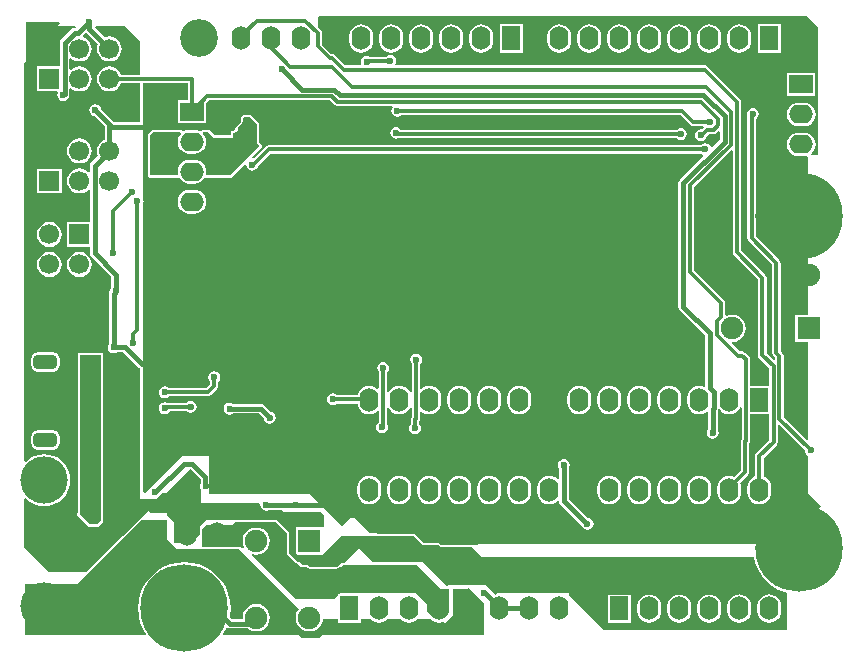
<source format=gbl>
G04*
G04 #@! TF.GenerationSoftware,Altium Limited,Altium Designer,19.0.15 (446)*
G04*
G04 Layer_Physical_Order=2*
G04 Layer_Color=16711680*
%FSLAX44Y44*%
%MOMM*%
G71*
G01*
G75*
%ADD11C,0.4000*%
%ADD14R,1.9000X1.9000*%
%ADD57R,1.9000X1.9000*%
%ADD58C,1.9000*%
%ADD68C,0.3000*%
%ADD69C,0.5000*%
%ADD70R,1.6000X2.0000*%
%ADD71O,1.6000X2.0000*%
%ADD72R,1.7000X1.7000*%
%ADD73C,1.7000*%
G04:AMPARAMS|DCode=74|XSize=2mm|YSize=1.2mm|CornerRadius=0.36mm|HoleSize=0mm|Usage=FLASHONLY|Rotation=0.000|XOffset=0mm|YOffset=0mm|HoleType=Round|Shape=RoundedRectangle|*
%AMROUNDEDRECTD74*
21,1,2.0000,0.4800,0,0,0.0*
21,1,1.2800,1.2000,0,0,0.0*
1,1,0.7200,0.6400,-0.2400*
1,1,0.7200,-0.6400,-0.2400*
1,1,0.7200,-0.6400,0.2400*
1,1,0.7200,0.6400,0.2400*
%
%ADD74ROUNDEDRECTD74*%
%ADD75C,4.0000*%
%ADD76C,3.2000*%
%ADD77R,2.0000X1.6000*%
%ADD78O,2.0000X1.6000*%
%ADD79C,7.4000*%
%ADD80C,0.6000*%
G36*
X34008Y520327D02*
X32000Y518319D01*
X46838D01*
X47516Y517049D01*
X47347Y516796D01*
X46700D01*
X46700Y516796D01*
X45139Y516485D01*
X43816Y515601D01*
X35416Y507201D01*
X34532Y505878D01*
X34222Y504318D01*
X34222Y504318D01*
Y484240D01*
X18000D01*
Y486000D01*
X17040D01*
X17210Y485230D01*
X16414Y484240D01*
X14900D01*
Y463240D01*
X31804D01*
X32403Y462120D01*
X32290Y461951D01*
X31902Y460000D01*
X32290Y458049D01*
X33395Y456395D01*
X35049Y455290D01*
X37000Y454902D01*
X38951Y455290D01*
X40605Y456395D01*
X41710Y458049D01*
X42037Y459693D01*
X42068Y459739D01*
X42378Y461300D01*
X42378Y461300D01*
Y465521D01*
X43648Y465993D01*
X45505Y464568D01*
X48059Y463510D01*
X50800Y463149D01*
X53541Y463510D01*
X56095Y464568D01*
X58289Y466251D01*
X59972Y468445D01*
X61030Y470999D01*
X61391Y473740D01*
X61030Y476481D01*
X59972Y479035D01*
X58289Y481229D01*
X56095Y482912D01*
X53541Y483970D01*
X50800Y484331D01*
X48059Y483970D01*
X45505Y482912D01*
X43648Y481487D01*
X42378Y481959D01*
Y490921D01*
X43648Y491393D01*
X45505Y489968D01*
X48059Y488910D01*
X50800Y488549D01*
X53541Y488910D01*
X56095Y489968D01*
X58289Y491651D01*
X59972Y493845D01*
X61030Y496399D01*
X61391Y499140D01*
X61030Y501881D01*
X59972Y504435D01*
X58289Y506629D01*
X56095Y508312D01*
X53960Y509196D01*
X53591Y510302D01*
X53609Y510642D01*
X56270Y513302D01*
X66474Y503098D01*
X65970Y501881D01*
X65609Y499140D01*
X65970Y496399D01*
X67028Y493845D01*
X68711Y491651D01*
X70905Y489968D01*
X73459Y488910D01*
X76200Y488549D01*
X78941Y488910D01*
X81495Y489968D01*
X83689Y491651D01*
X85372Y493845D01*
X86430Y496399D01*
X86791Y499140D01*
X86430Y501881D01*
X85372Y504435D01*
X83689Y506629D01*
X81495Y508312D01*
X78941Y509370D01*
X76200Y509731D01*
X73459Y509370D01*
X72242Y508866D01*
X64059Y517049D01*
X64585Y518319D01*
X89681D01*
X102000Y506000D01*
Y477309D01*
X86087D01*
X85372Y479035D01*
X83689Y481229D01*
X81495Y482912D01*
X78941Y483970D01*
X76200Y484331D01*
X73459Y483970D01*
X70905Y482912D01*
X68711Y481229D01*
X67028Y479035D01*
X65970Y476481D01*
X65609Y473740D01*
X65970Y470999D01*
X67028Y468445D01*
X68711Y466251D01*
X70905Y464568D01*
X73459Y463510D01*
X76200Y463149D01*
X78941Y463510D01*
X81495Y464568D01*
X83689Y466251D01*
X85372Y468445D01*
X86087Y470171D01*
X102000D01*
Y436829D01*
X80459D01*
X79084Y438204D01*
X69182Y448106D01*
X68960Y449221D01*
X67855Y450875D01*
X66201Y451980D01*
X64250Y452368D01*
X62299Y451980D01*
X60645Y450875D01*
X59540Y449221D01*
X59152Y447270D01*
X59540Y445319D01*
X60645Y443665D01*
X62299Y442560D01*
X63414Y442338D01*
X72122Y433631D01*
Y422376D01*
X70905Y421872D01*
X68711Y420189D01*
X67028Y417995D01*
X65970Y415441D01*
X65609Y412700D01*
X65970Y409959D01*
X66474Y408742D01*
X60816Y403084D01*
X59932Y401761D01*
X59622Y400200D01*
X59622Y400200D01*
Y395027D01*
X58419Y394619D01*
X58289Y394789D01*
X56095Y396472D01*
X53541Y397530D01*
X50800Y397891D01*
X48059Y397530D01*
X45505Y396472D01*
X43311Y394789D01*
X41628Y392595D01*
X40570Y390041D01*
X40209Y387300D01*
X40570Y384559D01*
X41628Y382005D01*
X43311Y379812D01*
X45505Y378129D01*
X48059Y377071D01*
X50800Y376710D01*
X53541Y377071D01*
X56095Y378129D01*
X58289Y379812D01*
X58419Y379981D01*
X59622Y379573D01*
Y352500D01*
X40300D01*
Y331500D01*
X59622D01*
Y326300D01*
X59622Y326300D01*
X59932Y324739D01*
X60816Y323416D01*
X77922Y306311D01*
Y297396D01*
X77290Y296451D01*
X76945Y294717D01*
X76073Y293411D01*
X75763Y291851D01*
X75763Y291850D01*
Y249236D01*
X75131Y248291D01*
X74743Y246340D01*
X75131Y244389D01*
X76236Y242735D01*
X77890Y241630D01*
X79841Y241242D01*
X81792Y241630D01*
X82737Y242262D01*
X88071D01*
X101217Y229116D01*
X101217Y229116D01*
X102000Y228593D01*
Y118000D01*
X116000D01*
X117973Y119973D01*
X118605Y120395D01*
X119027Y121027D01*
X121000Y123000D01*
X124000D01*
X144616Y143616D01*
X153474Y134759D01*
Y131323D01*
X153225Y130951D01*
X152837Y129000D01*
X153225Y127049D01*
X154000Y125889D01*
Y115000D01*
X203005D01*
X204047Y113730D01*
X203902Y113000D01*
X204290Y111049D01*
X205395Y109395D01*
X207049Y108290D01*
X209000Y107902D01*
X210951Y108290D01*
X211896Y108922D01*
X222078D01*
X224000Y107000D01*
X255000D01*
X258000Y104000D01*
Y94651D01*
X257000Y94000D01*
X256730Y94000D01*
X234000D01*
Y71000D01*
X257000D01*
Y71349D01*
X258000Y72000D01*
X258270Y72270D01*
X258270Y72270D01*
X273000Y87000D01*
X303394D01*
X303788Y86922D01*
X333828D01*
X341750Y79000D01*
X354232D01*
X354499Y78734D01*
X354499Y78734D01*
X355822Y77849D01*
X357383Y77539D01*
X382920D01*
X391459Y69000D01*
X622020D01*
X623194Y64111D01*
X625543Y58440D01*
X628751Y53205D01*
X632738Y48538D01*
X637406Y44551D01*
X642640Y41343D01*
X648311Y38994D01*
X650000Y38589D01*
Y8000D01*
X649586Y7000D01*
X495000D01*
X465000Y37000D01*
Y38100D01*
X404100D01*
X403000Y37000D01*
X395000Y45000D01*
X380197D01*
X380000Y45039D01*
X379803Y45000D01*
X363000D01*
X362039Y44039D01*
X361961D01*
X341479Y64521D01*
X299329D01*
X287149Y76700D01*
X274488Y64039D01*
X274000D01*
X273220Y63884D01*
X272558Y63442D01*
X271412Y62296D01*
X271164D01*
X270967Y62257D01*
X270766D01*
X270581Y62180D01*
X270384Y62141D01*
X270217Y62029D01*
X270031Y61952D01*
X269074Y61313D01*
X268700Y61238D01*
X245610D01*
X245235Y61313D01*
X244278Y61952D01*
X244093Y62029D01*
X243926Y62141D01*
X243729Y62180D01*
X243543Y62257D01*
X243342D01*
X243146Y62296D01*
X240204D01*
X239261Y63239D01*
X238645D01*
X237203Y64681D01*
X237036Y64792D01*
X236894Y64935D01*
X236708Y65011D01*
X236541Y65123D01*
X236344Y65162D01*
X236159Y65239D01*
X235326Y65405D01*
X235008Y65617D01*
X228623Y72003D01*
X228410Y72321D01*
X228336Y72696D01*
Y88399D01*
X228336Y88399D01*
X228218Y88990D01*
Y89195D01*
X228063Y89976D01*
X227621Y90637D01*
X227621Y90637D01*
X227476Y90782D01*
X227141Y91283D01*
X219541Y98884D01*
X219040Y99219D01*
X217895Y100364D01*
X217233Y100806D01*
X216453Y100961D01*
X182622D01*
X182622Y100961D01*
X181841Y100806D01*
X181180Y100364D01*
X180816Y100000D01*
X167654D01*
X167000Y100086D01*
X166346Y100000D01*
X157778D01*
X153000Y95222D01*
Y93197D01*
X152961Y93000D01*
Y87961D01*
X146000Y81000D01*
X131000D01*
Y98100D01*
X125000Y104100D01*
Y106220D01*
X111780D01*
X109000Y109000D01*
X56000Y56000D01*
X25000D01*
X4000Y77000D01*
Y118151D01*
X5196Y118579D01*
X5369Y118369D01*
X8719Y115619D01*
X12540Y113577D01*
X16688Y112319D01*
X21000Y111894D01*
X25313Y112319D01*
X29460Y113577D01*
X33282Y115619D01*
X36632Y118369D01*
X39381Y121719D01*
X41424Y125541D01*
X42682Y129688D01*
X43107Y134000D01*
X42682Y138313D01*
X41424Y142460D01*
X39381Y146282D01*
X36632Y149632D01*
X33282Y152381D01*
X29460Y154424D01*
X25313Y155682D01*
X21000Y156107D01*
X16688Y155682D01*
X12540Y154424D01*
X8719Y152381D01*
X5369Y149632D01*
X5196Y149421D01*
X4000Y149849D01*
Y487000D01*
X6000Y489000D01*
Y521500D01*
X33522D01*
X34008Y520327D01*
D02*
G37*
G36*
X142432Y456000D02*
X134000D01*
Y436000D01*
X158000D01*
Y452953D01*
X160478Y455431D01*
X262842D01*
X266297Y451977D01*
X267454Y451203D01*
X268820Y450931D01*
X315313D01*
X315992Y449661D01*
X315290Y448611D01*
X314902Y446660D01*
X315290Y444709D01*
X316395Y443055D01*
X318049Y441950D01*
X320000Y441562D01*
X321951Y441950D01*
X323605Y443055D01*
X323629Y443091D01*
X559862D01*
X568073Y434880D01*
X569231Y434107D01*
X570596Y433835D01*
X578804D01*
X579330Y432565D01*
X577720Y430955D01*
X577000Y431098D01*
X575049Y430710D01*
X573395Y429605D01*
X572290Y427951D01*
X571902Y426000D01*
X572290Y424049D01*
X573395Y422395D01*
X575049Y421290D01*
X577000Y420902D01*
X578951Y421290D01*
X580605Y422395D01*
X581710Y424049D01*
X581909Y425051D01*
X583790Y426931D01*
X587692D01*
X589058Y427203D01*
X590216Y427977D01*
X591748Y429509D01*
X592922Y429023D01*
Y422046D01*
X586679Y415803D01*
X585284Y416205D01*
X584348Y417605D01*
X582695Y418710D01*
X580744Y419098D01*
X578793Y418710D01*
X577139Y417605D01*
X577115Y417569D01*
X211000D01*
X209634Y417297D01*
X208477Y416524D01*
X198301Y406347D01*
X197544Y406455D01*
X197094Y407802D01*
X204851Y415558D01*
X205293Y416220D01*
X205448Y417000D01*
X205293Y417780D01*
X204851Y418442D01*
X204851Y418442D01*
X202999Y420293D01*
Y435493D01*
X202960Y435690D01*
Y435891D01*
X202883Y436076D01*
X202844Y436273D01*
X202733Y436440D01*
X202656Y436626D01*
X202514Y436768D01*
X202402Y436935D01*
X202235Y437046D01*
X202093Y437188D01*
X201682Y437463D01*
X196402Y442744D01*
X195740Y443186D01*
X194960Y443341D01*
X192689D01*
X192000Y443478D01*
X191311Y443341D01*
X190069D01*
X189289Y443186D01*
X188627Y442744D01*
X187637Y441753D01*
X187636Y441753D01*
X187194Y441091D01*
X187039Y440311D01*
Y439069D01*
X186902Y438380D01*
X186959Y438092D01*
X186847Y437527D01*
X186300Y436708D01*
X183624Y434032D01*
X183513Y433865D01*
X183370Y433723D01*
X183294Y433537D01*
X183182Y433370D01*
X183143Y433173D01*
X183066Y432988D01*
X182789Y431595D01*
X182135Y430616D01*
X181155Y429961D01*
X180602Y429851D01*
X180417Y429775D01*
X180219Y429735D01*
X180053Y429624D01*
X179867Y429547D01*
X179725Y429405D01*
X179558Y429293D01*
X179446Y429126D01*
X179304Y428984D01*
X179228Y428799D01*
X179116Y428632D01*
X179077Y428435D01*
X179000Y428249D01*
Y428048D01*
X178961Y427851D01*
Y426039D01*
X165136D01*
X161061Y430114D01*
X160400Y430556D01*
X159620Y430711D01*
X155851D01*
X155809Y430703D01*
X155766Y430710D01*
X155420Y430626D01*
X155071Y430556D01*
X155035Y430532D01*
X154993Y430522D01*
X154705Y430312D01*
X154409Y430114D01*
X154385Y430078D01*
X154350Y430053D01*
X154301Y429971D01*
X153279Y429454D01*
X153138Y429454D01*
X152632Y429506D01*
X150611Y430343D01*
X148000Y430686D01*
X144000D01*
X141390Y430343D01*
X139368Y429506D01*
X138862Y429454D01*
X138722Y429454D01*
X137700Y429971D01*
X137650Y430053D01*
X137615Y430078D01*
X137591Y430114D01*
X137295Y430312D01*
X137007Y430522D01*
X136966Y430532D01*
X136930Y430556D01*
X136580Y430626D01*
X136234Y430710D01*
X136192Y430703D01*
X136150Y430711D01*
X113672D01*
X112892Y430556D01*
X112230Y430114D01*
X109558Y427442D01*
X109116Y426780D01*
X108961Y426000D01*
Y392000D01*
X109116Y391220D01*
X109558Y390558D01*
X110220Y390116D01*
X111000Y389961D01*
X133243D01*
X133400Y389992D01*
X133560Y389986D01*
X133787Y390069D01*
X134024Y390116D01*
X134660Y390137D01*
X135455Y389859D01*
X135579Y389748D01*
X135586Y389739D01*
X136868Y388068D01*
X138957Y386465D01*
X141390Y385457D01*
X144000Y385114D01*
X148000D01*
X150611Y385457D01*
X153043Y386465D01*
X155132Y388068D01*
X156415Y389739D01*
X156422Y389748D01*
X156545Y389859D01*
X157341Y390137D01*
X157977Y390116D01*
X158214Y390069D01*
X158441Y389986D01*
X158600Y389992D01*
X158757Y389961D01*
X178409D01*
X178409Y389961D01*
X179189Y390116D01*
X179851Y390558D01*
X179851Y390558D01*
X190685Y401392D01*
X191401Y401161D01*
X191933Y400844D01*
X192290Y399049D01*
X193395Y397395D01*
X195049Y396290D01*
X197000Y395902D01*
X198951Y396290D01*
X200605Y397395D01*
X201710Y399049D01*
X201862Y399815D01*
X212478Y410432D01*
X577115D01*
X577139Y410395D01*
X578539Y409460D01*
X578940Y408065D01*
X559116Y388240D01*
X558232Y386917D01*
X557921Y385357D01*
X557921Y385356D01*
Y280837D01*
X557921Y280837D01*
X558232Y279276D01*
X559116Y277953D01*
X580518Y256551D01*
Y213901D01*
X579462Y213196D01*
X578311Y213673D01*
X575700Y214016D01*
X573090Y213673D01*
X570657Y212665D01*
X568568Y211062D01*
X566965Y208973D01*
X565958Y206541D01*
X565614Y203930D01*
Y199930D01*
X565958Y197320D01*
X566965Y194887D01*
X568568Y192798D01*
X570657Y191195D01*
X573090Y190187D01*
X575700Y189844D01*
X578311Y190187D01*
X580743Y191195D01*
X581652Y191892D01*
X582922Y191266D01*
Y176896D01*
X582290Y175951D01*
X581902Y174000D01*
X582290Y172049D01*
X583395Y170395D01*
X585049Y169290D01*
X587000Y168902D01*
X588951Y169290D01*
X590605Y170395D01*
X591710Y172049D01*
X592098Y174000D01*
X591710Y175951D01*
X591078Y176896D01*
Y192816D01*
X591468Y193399D01*
X591558Y193852D01*
X592916Y194169D01*
X593968Y192798D01*
X596057Y191195D01*
X598490Y190187D01*
X601100Y189844D01*
X603711Y190187D01*
X606143Y191195D01*
X608232Y192798D01*
X609835Y194887D01*
X610162Y195675D01*
X611432Y195422D01*
Y168677D01*
X611224Y168366D01*
X610952Y167001D01*
Y142628D01*
X605185Y136862D01*
X603711Y137473D01*
X601100Y137816D01*
X598490Y137473D01*
X596057Y136465D01*
X593968Y134862D01*
X592365Y132773D01*
X591358Y130340D01*
X591014Y127730D01*
Y123730D01*
X591358Y121119D01*
X592365Y118687D01*
X593968Y116598D01*
X596057Y114995D01*
X598490Y113987D01*
X601100Y113644D01*
X603711Y113987D01*
X606143Y114995D01*
X608232Y116598D01*
X609835Y118687D01*
X610843Y121119D01*
X611186Y123730D01*
Y127730D01*
X610843Y130340D01*
X610232Y131815D01*
X617044Y138627D01*
X617817Y139785D01*
X618089Y141150D01*
Y165803D01*
X618297Y166115D01*
X618569Y167480D01*
Y189930D01*
X634931D01*
Y167978D01*
X623977Y157023D01*
X623203Y155866D01*
X622932Y154500D01*
Y137076D01*
X621457Y136465D01*
X619368Y134862D01*
X617765Y132773D01*
X616758Y130340D01*
X616414Y127730D01*
Y123730D01*
X616758Y121119D01*
X617765Y118687D01*
X619368Y116598D01*
X621457Y114995D01*
X623890Y113987D01*
X626500Y113644D01*
X629111Y113987D01*
X631543Y114995D01*
X633632Y116598D01*
X635235Y118687D01*
X636243Y121119D01*
X636586Y123730D01*
Y127730D01*
X636243Y130340D01*
X635235Y132773D01*
X633632Y134862D01*
X631543Y136465D01*
X630069Y137076D01*
Y153022D01*
X641023Y163977D01*
X641797Y165134D01*
X642069Y166500D01*
Y180725D01*
X643242Y181211D01*
X664911Y159543D01*
X664902Y159500D01*
X665290Y157549D01*
X666395Y155895D01*
X668000Y154823D01*
Y123000D01*
X679000Y112000D01*
X647000Y80000D01*
X356274D01*
X355799Y80317D01*
X355674Y80442D01*
X355013Y80884D01*
X354232Y81039D01*
X342595D01*
X335270Y88364D01*
X334609Y88806D01*
X333828Y88961D01*
X303989D01*
X303792Y89000D01*
X303591D01*
X303394Y89039D01*
X297121D01*
X284000Y102160D01*
X279938D01*
X273000Y95222D01*
X246222Y122000D01*
X160865D01*
Y154000D01*
X137387D01*
X106387Y123000D01*
X105000Y124387D01*
Y369507D01*
X105098Y370000D01*
X105000Y370493D01*
Y470171D01*
X142432D01*
Y456000D01*
D02*
G37*
G36*
X200382Y435879D02*
X200382Y435879D01*
X200960Y435493D01*
Y419449D01*
X203409Y417000D01*
X178409Y392000D01*
X158757D01*
X157832Y393270D01*
X158087Y395200D01*
X157743Y397811D01*
X156735Y400243D01*
X155132Y402332D01*
X153043Y403935D01*
X150611Y404943D01*
X148000Y405286D01*
X144000D01*
X141390Y404943D01*
X138957Y403935D01*
X136868Y402332D01*
X135265Y400243D01*
X134258Y397811D01*
X133914Y395200D01*
X134168Y393270D01*
X133243Y392000D01*
X111000D01*
Y426000D01*
X113672Y428672D01*
X136150D01*
X136615Y427402D01*
X135265Y425643D01*
X134258Y423211D01*
X133914Y420600D01*
X134258Y417990D01*
X135265Y415557D01*
X136868Y413468D01*
X138957Y411865D01*
X141390Y410858D01*
X144000Y410514D01*
X148000D01*
X150611Y410858D01*
X153043Y411865D01*
X155132Y413468D01*
X156735Y415557D01*
X157743Y417990D01*
X158087Y420600D01*
X157743Y423211D01*
X156735Y425643D01*
X155386Y427402D01*
X155851Y428672D01*
X159620D01*
X164292Y424000D01*
X181000D01*
Y427851D01*
X181951Y428041D01*
X183605Y429146D01*
X184710Y430800D01*
X185066Y432590D01*
X187884Y435408D01*
X187884Y435408D01*
X188768Y436731D01*
X189078Y438292D01*
Y440311D01*
X190069Y441302D01*
X194960D01*
X200382Y435879D01*
D02*
G37*
G36*
X676000Y518000D02*
Y409000D01*
X670524D01*
X670093Y410270D01*
X671132Y411068D01*
X672735Y413157D01*
X673743Y415589D01*
X674087Y418200D01*
X673743Y420810D01*
X672735Y423243D01*
X671132Y425332D01*
X669043Y426935D01*
X666944Y427804D01*
X666611Y427942D01*
X664000Y428286D01*
X660000D01*
X657390Y427942D01*
X654957Y426935D01*
X652868Y425332D01*
X651265Y423243D01*
X650258Y420810D01*
X649914Y418200D01*
X650258Y415589D01*
X651265Y413157D01*
X652868Y411068D01*
X654957Y409465D01*
X657390Y408457D01*
X660000Y408114D01*
X664000D01*
X666611Y408457D01*
X666944Y408595D01*
X668000Y407890D01*
Y274000D01*
X657000D01*
Y251000D01*
X668000D01*
Y168206D01*
X666827Y167720D01*
X647069Y187478D01*
Y239500D01*
X646797Y240866D01*
X646023Y242023D01*
X644569Y243478D01*
Y317724D01*
X644297Y319090D01*
X643523Y320248D01*
X623469Y340303D01*
Y409000D01*
Y439636D01*
X624605Y440395D01*
X625710Y442049D01*
X626098Y444000D01*
X625710Y445951D01*
X624605Y447605D01*
X622951Y448710D01*
X621000Y449098D01*
X619049Y448710D01*
X617395Y447605D01*
X616290Y445951D01*
X615902Y444000D01*
X616290Y442049D01*
X616332Y441987D01*
Y409000D01*
Y338824D01*
X616603Y337459D01*
X617377Y336301D01*
X637431Y316246D01*
Y242000D01*
X637703Y240634D01*
X638477Y239477D01*
X639931Y238022D01*
Y235775D01*
X638758Y235289D01*
X632569Y241478D01*
Y305500D01*
X632297Y306866D01*
X631523Y308023D01*
X611068Y328478D01*
Y409000D01*
Y454500D01*
X610797Y455866D01*
X610023Y457023D01*
X583024Y484024D01*
X581866Y484797D01*
X580500Y485069D01*
X318914D01*
X318235Y486339D01*
X318710Y487049D01*
X319098Y489000D01*
X318710Y490951D01*
X317605Y492605D01*
X315951Y493710D01*
X314000Y494098D01*
X312049Y493710D01*
X310395Y492605D01*
X310037Y492068D01*
X296911D01*
X295951Y492710D01*
X294000Y493098D01*
X292049Y492710D01*
X290395Y491605D01*
X289290Y489951D01*
X288902Y488000D01*
X289232Y486339D01*
X288534Y485069D01*
X276049D01*
X267348Y493770D01*
X266190Y494544D01*
X264825Y494815D01*
X264128D01*
X256229Y502715D01*
Y512363D01*
X255957Y513729D01*
X255288Y514730D01*
D01*
X255183Y514887D01*
X253000Y517070D01*
Y526498D01*
X254000Y527000D01*
X667000D01*
X676000Y518000D01*
D02*
G37*
G36*
X603931Y412804D02*
Y327000D01*
X604203Y325634D01*
X604977Y324477D01*
X625431Y304022D01*
Y240000D01*
X625703Y238634D01*
X626477Y237477D01*
X634931Y229022D01*
Y213930D01*
X618569D01*
Y236380D01*
X618297Y237745D01*
X617523Y238903D01*
X614523Y241903D01*
X613366Y242677D01*
X612000Y242948D01*
X609713D01*
X602894Y249768D01*
X603272Y250534D01*
X603550Y250907D01*
X606502Y251296D01*
X609299Y252455D01*
X611702Y254298D01*
X613545Y256700D01*
X614704Y259498D01*
X615099Y262500D01*
X614704Y265502D01*
X613545Y268300D01*
X611702Y270702D01*
X609299Y272545D01*
X606502Y273704D01*
X603500Y274099D01*
X600498Y273704D01*
X598839Y273017D01*
X597569Y273866D01*
Y284100D01*
X597297Y285465D01*
X596523Y286623D01*
X571569Y311577D01*
Y382101D01*
X602758Y413290D01*
X603931Y412804D01*
D02*
G37*
G36*
X226179Y89195D02*
Y73086D01*
X226179Y73086D01*
X226489Y71525D01*
X227374Y70202D01*
X233207Y64368D01*
X234531Y63484D01*
X235761Y63239D01*
X238743Y60257D01*
X243146D01*
X244439Y59392D01*
X246000Y59082D01*
X246000Y59082D01*
X268309D01*
X268309Y59082D01*
X269870Y59392D01*
X271164Y60257D01*
X272257D01*
X274000Y62000D01*
X337000D01*
X357000Y42000D01*
X364000D01*
Y22000D01*
X361000Y19000D01*
X351557D01*
X350557Y18000D01*
X345000Y23557D01*
Y29000D01*
X335900Y38100D01*
X271100D01*
X270400Y37400D01*
X269400D01*
Y36400D01*
X266000Y33000D01*
X233901D01*
X196612Y70288D01*
X197332Y71365D01*
X197498Y71296D01*
X200500Y70901D01*
X203502Y71296D01*
X206300Y72455D01*
X208702Y74298D01*
X210546Y76700D01*
X211704Y79498D01*
X212099Y82500D01*
X211704Y85502D01*
X210546Y88300D01*
X208702Y90702D01*
X206300Y92545D01*
X203502Y93704D01*
X200500Y94099D01*
X197498Y93704D01*
X194701Y92545D01*
X192298Y90702D01*
X190455Y88300D01*
X189296Y85502D01*
X188901Y82500D01*
X189296Y79498D01*
X190136Y77470D01*
X189465Y76456D01*
X188133Y76368D01*
X187442Y77059D01*
X186780Y77501D01*
X186000Y77656D01*
X185220Y77501D01*
X184977Y77339D01*
X155000D01*
Y93000D01*
X158400Y96400D01*
X179300D01*
X179700Y96000D01*
X182622Y98922D01*
X216453D01*
X226179Y89195D01*
D02*
G37*
G36*
X124750Y84000D02*
X133450Y75300D01*
X185683D01*
X186000Y75617D01*
X236698Y24920D01*
X235455Y23299D01*
X234296Y20502D01*
X233901Y17500D01*
X234296Y14498D01*
X235455Y11700D01*
X237298Y9298D01*
X239700Y7455D01*
X242498Y6296D01*
X245500Y5901D01*
X248502Y6296D01*
X251299Y7455D01*
X253702Y9298D01*
X255545Y11700D01*
X256704Y14498D01*
X256902Y16000D01*
X269400D01*
Y13400D01*
X289400D01*
Y16000D01*
X298017D01*
X299757Y14665D01*
X302190Y13657D01*
X304800Y13314D01*
X307411Y13657D01*
X309843Y14665D01*
X311583Y16000D01*
X323417D01*
X325157Y14665D01*
X327589Y13657D01*
X330200Y13314D01*
X332811Y13657D01*
X335243Y14665D01*
X336983Y16000D01*
X348817D01*
X350557Y14665D01*
X352990Y13657D01*
X355600Y13314D01*
X358210Y13657D01*
X358799Y13901D01*
X360000Y12700D01*
X367000Y19700D01*
Y42000D01*
X379000D01*
X380000Y43000D01*
X393410Y29590D01*
Y3410D01*
X393000Y3000D01*
X173013D01*
X172393Y4108D01*
X174557Y7640D01*
X174936Y8556D01*
X176152Y8924D01*
X176439Y8732D01*
X178000Y8421D01*
X178000Y8421D01*
X193441D01*
X194701Y7455D01*
X197498Y6296D01*
X200500Y5901D01*
X203502Y6296D01*
X206300Y7455D01*
X208702Y9298D01*
X210546Y11700D01*
X211704Y14498D01*
X212099Y17500D01*
X211704Y20502D01*
X210546Y23299D01*
X208702Y25702D01*
X206300Y27545D01*
X203502Y28704D01*
X200500Y29099D01*
X197498Y28704D01*
X194701Y27545D01*
X192298Y25702D01*
X190455Y23299D01*
X189296Y20502D01*
X188901Y17500D01*
X188093Y16578D01*
X179690D01*
X178077Y18190D01*
X178339Y19280D01*
X178821Y25400D01*
X178339Y31520D01*
X176906Y37489D01*
X174557Y43160D01*
X171349Y48394D01*
X167362Y53062D01*
X162694Y57049D01*
X157460Y60257D01*
X151789Y62606D01*
X145820Y64039D01*
X139700Y64521D01*
X133580Y64039D01*
X127611Y62606D01*
X121940Y60257D01*
X116706Y57049D01*
X112038Y53062D01*
X108051Y48394D01*
X104843Y43160D01*
X102494Y37489D01*
X101061Y31520D01*
X100579Y25400D01*
X101061Y19280D01*
X102494Y13311D01*
X104843Y7640D01*
X107007Y4108D01*
X106387Y3000D01*
X6000D01*
X5000Y4000D01*
Y46000D01*
X49000D01*
X103000Y100000D01*
X124750D01*
Y84000D01*
D02*
G37*
%LPC*%
G36*
X50800Y423291D02*
X48059Y422930D01*
X45505Y421872D01*
X43311Y420189D01*
X41628Y417995D01*
X40570Y415441D01*
X40209Y412700D01*
X40570Y409959D01*
X41628Y407405D01*
X43311Y405211D01*
X45505Y403529D01*
X48059Y402471D01*
X50800Y402110D01*
X53541Y402471D01*
X56095Y403529D01*
X58289Y405211D01*
X59972Y407405D01*
X61030Y409959D01*
X61391Y412700D01*
X61030Y415441D01*
X59972Y417995D01*
X58289Y420189D01*
X56095Y421872D01*
X53541Y422930D01*
X50800Y423291D01*
D02*
G37*
G36*
X35900Y397800D02*
X14900D01*
Y376800D01*
X35900D01*
Y394362D01*
Y397800D01*
D02*
G37*
G36*
X25400Y352591D02*
X23955Y352401D01*
X22659Y352230D01*
X20105Y351172D01*
X17911Y349489D01*
X16228Y347296D01*
X15170Y344741D01*
X14809Y342000D01*
X15170Y339259D01*
X16228Y336705D01*
X17911Y334512D01*
X20105Y332829D01*
X22659Y331771D01*
X23955Y331600D01*
D01*
X25400Y331410D01*
X28141Y331771D01*
X30695Y332829D01*
X32889Y334512D01*
X34572Y336705D01*
X35630Y339259D01*
X35991Y342000D01*
X35630Y344741D01*
X34572Y347296D01*
X32889Y349489D01*
X30695Y351172D01*
X28141Y352230D01*
X25400Y352591D01*
D02*
G37*
G36*
X50800Y327191D02*
X50681Y327175D01*
D01*
X48059Y326830D01*
X45505Y325772D01*
X43311Y324089D01*
X41628Y321896D01*
X40570Y319341D01*
X40209Y316600D01*
X40570Y313859D01*
X41628Y311305D01*
X43311Y309112D01*
X45505Y307429D01*
X48059Y306371D01*
X50800Y306010D01*
X53541Y306371D01*
D01*
X55115Y307022D01*
D01*
X56095Y307429D01*
X58289Y309112D01*
X59972Y311305D01*
X61030Y313859D01*
X61391Y316600D01*
X61030Y319341D01*
X59972Y321896D01*
X58289Y324089D01*
X56095Y325772D01*
X53541Y326830D01*
X50800Y327191D01*
D02*
G37*
G36*
X25400D02*
X23955Y327001D01*
X22659Y326830D01*
X20105Y325772D01*
X17911Y324089D01*
X16228Y321896D01*
X15170Y319341D01*
X14809Y316600D01*
X15170Y313859D01*
X16228Y311305D01*
X17911Y309112D01*
X20105Y307429D01*
X22659Y306371D01*
X23955Y306200D01*
D01*
X25400Y306010D01*
X28141Y306371D01*
X30695Y307429D01*
X32889Y309112D01*
X34572Y311305D01*
X35630Y313859D01*
X35991Y316600D01*
X35630Y319341D01*
X34572Y321896D01*
X32889Y324089D01*
X30695Y325772D01*
X28141Y326830D01*
X25400Y327191D01*
D02*
G37*
G36*
X28395Y242110D02*
X15595D01*
X13410Y241675D01*
X11558Y240437D01*
X10320Y238585D01*
X9885Y236400D01*
Y231600D01*
X10320Y229415D01*
X11558Y227563D01*
X13410Y226325D01*
X15595Y225890D01*
X28395D01*
X30580Y226325D01*
X32432Y227563D01*
X33670Y229415D01*
X34105Y231600D01*
Y236400D01*
X33670Y238585D01*
X32432Y240437D01*
X30580Y241675D01*
X28395Y242110D01*
D02*
G37*
G36*
Y176110D02*
X15595D01*
X13410Y175675D01*
X11558Y174438D01*
X10320Y172585D01*
X9885Y170400D01*
Y165600D01*
X10320Y163415D01*
X11558Y161563D01*
X13410Y160325D01*
X15595Y159890D01*
X28395D01*
X30580Y160325D01*
X32432Y161563D01*
X33670Y163415D01*
X34105Y165600D01*
Y170400D01*
X33670Y172585D01*
X32432Y174438D01*
X30580Y175675D01*
X28395Y176110D01*
D02*
G37*
G36*
X69000Y242039D02*
X51370D01*
X50590Y241884D01*
X49928Y241442D01*
X49486Y240780D01*
X49331Y240000D01*
Y106102D01*
X49116Y105780D01*
X48961Y105000D01*
X49116Y104220D01*
X49558Y103558D01*
X49558Y103558D01*
X58058Y95058D01*
X58719Y94616D01*
X59500Y94461D01*
X66000D01*
X66000Y94461D01*
X66780Y94616D01*
X67442Y95058D01*
X67442Y95058D01*
X70442Y98058D01*
X70884Y98720D01*
X71039Y99500D01*
Y172643D01*
Y234638D01*
D01*
Y240000D01*
X70884Y240780D01*
X70442Y241442D01*
X69780Y241884D01*
X69430Y241954D01*
D01*
X69000Y242039D01*
D02*
G37*
G36*
X518000Y37400D02*
X498000D01*
Y13400D01*
X518000D01*
Y37400D01*
D02*
G37*
G36*
X635000Y37486D02*
X632389Y37143D01*
X629957Y36135D01*
X627868Y34532D01*
X626265Y32443D01*
X625257Y30010D01*
X624914Y27400D01*
Y23400D01*
X625257Y20789D01*
X626265Y18357D01*
X627868Y16268D01*
X629957Y14665D01*
X632389Y13657D01*
X635000Y13314D01*
X637611Y13657D01*
X640043Y14665D01*
X642132Y16268D01*
X643735Y18357D01*
X644743Y20789D01*
X645086Y23400D01*
Y27400D01*
X644743Y30010D01*
X643735Y32443D01*
X642132Y34532D01*
X640043Y36135D01*
X637611Y37143D01*
X635000Y37486D01*
D02*
G37*
G36*
X609600D02*
X606990Y37143D01*
X604557Y36135D01*
X602468Y34532D01*
X600865Y32443D01*
X599857Y30010D01*
X599514Y27400D01*
Y23400D01*
X599857Y20789D01*
X600865Y18357D01*
X602468Y16268D01*
X604557Y14665D01*
X606990Y13657D01*
X609600Y13314D01*
X612211Y13657D01*
X614643Y14665D01*
X616732Y16268D01*
X618335Y18357D01*
X619343Y20789D01*
X619686Y23400D01*
Y27400D01*
X619343Y30010D01*
X618335Y32443D01*
X616732Y34532D01*
X614643Y36135D01*
X612211Y37143D01*
X609600Y37486D01*
D02*
G37*
G36*
X584200D02*
X581590Y37143D01*
X579157Y36135D01*
X577068Y34532D01*
X575465Y32443D01*
X574457Y30010D01*
X574114Y27400D01*
Y23400D01*
X574457Y20789D01*
X575465Y18357D01*
X577068Y16268D01*
X579157Y14665D01*
X581590Y13657D01*
X584200Y13314D01*
X586810Y13657D01*
X589243Y14665D01*
X591332Y16268D01*
X592935Y18357D01*
X593943Y20789D01*
X594286Y23400D01*
Y27400D01*
X593943Y30010D01*
X592935Y32443D01*
X591332Y34532D01*
X589243Y36135D01*
X586810Y37143D01*
X584200Y37486D01*
D02*
G37*
G36*
X558800D02*
X556189Y37143D01*
X553757Y36135D01*
X551668Y34532D01*
X550065Y32443D01*
X549057Y30010D01*
X548714Y27400D01*
Y23400D01*
X549057Y20789D01*
X550065Y18357D01*
X551668Y16268D01*
X553757Y14665D01*
X556189Y13657D01*
X558800Y13314D01*
X561410Y13657D01*
X563843Y14665D01*
X565932Y16268D01*
X567535Y18357D01*
X568543Y20789D01*
X568886Y23400D01*
Y27400D01*
X568543Y30010D01*
X567535Y32443D01*
X565932Y34532D01*
X563843Y36135D01*
X561410Y37143D01*
X558800Y37486D01*
D02*
G37*
G36*
X533400D02*
X530789Y37143D01*
X528357Y36135D01*
X526268Y34532D01*
X524665Y32443D01*
X523657Y30010D01*
X523314Y27400D01*
Y23400D01*
X523657Y20789D01*
X524665Y18357D01*
X526268Y16268D01*
X528357Y14665D01*
X530789Y13657D01*
X533400Y13314D01*
X536011Y13657D01*
X538443Y14665D01*
X540532Y16268D01*
X542135Y18357D01*
X543143Y20789D01*
X543486Y23400D01*
Y27400D01*
X543143Y30010D01*
X542135Y32443D01*
X540532Y34532D01*
X538443Y36135D01*
X536011Y37143D01*
X533400Y37486D01*
D02*
G37*
%LPD*%
G36*
X69000Y99500D02*
X66000Y96500D01*
X59500D01*
X51000Y105000D01*
X51370Y105370D01*
Y240000D01*
X69000D01*
Y99500D01*
D02*
G37*
%LPC*%
G36*
X319000Y433098D02*
X317049Y432710D01*
X315395Y431605D01*
X314290Y429951D01*
X313902Y428000D01*
X314290Y426049D01*
X315395Y424395D01*
X317049Y423290D01*
X319000Y422902D01*
X320951Y423290D01*
X321354Y423560D01*
X321998Y423431D01*
X321999Y423432D01*
X322000Y423431D01*
X556371D01*
X556395Y423395D01*
X558049Y422290D01*
X560000Y421902D01*
X561951Y422290D01*
X563605Y423395D01*
X564710Y425049D01*
X565098Y427000D01*
X564710Y428951D01*
X563605Y430605D01*
X561951Y431710D01*
X560000Y432098D01*
X558049Y431710D01*
X556395Y430605D01*
X556371Y430569D01*
X323298D01*
X322605Y431605D01*
X320951Y432710D01*
X319000Y433098D01*
D02*
G37*
G36*
X148000Y379886D02*
X144000D01*
X141390Y379543D01*
X138957Y378535D01*
X136868Y376932D01*
X135265Y374843D01*
X134258Y372411D01*
X133914Y369800D01*
X134258Y367190D01*
X135265Y364757D01*
X136868Y362668D01*
X138957Y361065D01*
X141390Y360057D01*
X144000Y359714D01*
X148000D01*
X150611Y360057D01*
X153043Y361065D01*
X155132Y362668D01*
X156735Y364757D01*
X157743Y367190D01*
X158087Y369800D01*
X157743Y372411D01*
X156735Y374843D01*
X155132Y376932D01*
X153043Y378535D01*
X150611Y379543D01*
X148000Y379886D01*
D02*
G37*
G36*
X165000Y226098D02*
X163049Y225710D01*
X161395Y224605D01*
X160290Y222951D01*
X159902Y221000D01*
X160290Y219049D01*
X161395Y217395D01*
X161431Y217371D01*
Y215478D01*
X158022Y212069D01*
X126629D01*
X126605Y212105D01*
X124951Y213210D01*
X123000Y213598D01*
X121049Y213210D01*
X119395Y212105D01*
X118290Y210451D01*
X117902Y208500D01*
X118290Y206549D01*
X119395Y204895D01*
X121049Y203790D01*
X123000Y203402D01*
X124951Y203790D01*
X126605Y204895D01*
X126629Y204931D01*
X159500D01*
X160865Y205203D01*
X162023Y205977D01*
X167523Y211477D01*
X168297Y212634D01*
X168568Y214000D01*
Y217371D01*
X168605Y217395D01*
X169710Y219049D01*
X170098Y221000D01*
X169710Y222951D01*
X168605Y224605D01*
X166951Y225710D01*
X165000Y226098D01*
D02*
G37*
G36*
X336000Y241098D02*
X334049Y240710D01*
X332395Y239605D01*
X331290Y237951D01*
X330902Y236000D01*
X331290Y234049D01*
X332032Y232939D01*
Y208438D01*
X330761Y208185D01*
X330435Y208973D01*
X328832Y211062D01*
X326743Y212665D01*
X324311Y213673D01*
X321700Y214016D01*
X319090Y213673D01*
X316657Y212665D01*
X314568Y211062D01*
X312965Y208973D01*
X312838Y208667D01*
X311569Y208920D01*
Y225371D01*
X311605Y225395D01*
X312710Y227049D01*
X313098Y229000D01*
X312710Y230951D01*
X311605Y232605D01*
X309951Y233710D01*
X308000Y234098D01*
X306049Y233710D01*
X304395Y232605D01*
X303290Y230951D01*
X302902Y229000D01*
X303290Y227049D01*
X304395Y225395D01*
X304431Y225371D01*
Y211678D01*
X303161Y211270D01*
X301343Y212665D01*
X298911Y213673D01*
X296300Y214016D01*
X293690Y213673D01*
X291257Y212665D01*
X289168Y211062D01*
X287565Y208973D01*
X286558Y206541D01*
X286464Y205832D01*
X269352D01*
X269105Y206201D01*
X267451Y207306D01*
X265500Y207694D01*
X263549Y207306D01*
X261895Y206201D01*
X260790Y204547D01*
X260402Y202596D01*
X260790Y200645D01*
X261895Y198991D01*
X263549Y197886D01*
X265500Y197498D01*
X267451Y197886D01*
X268661Y198694D01*
X286376D01*
X286558Y197320D01*
X287565Y194887D01*
X289168Y192798D01*
X291257Y191195D01*
X293690Y190187D01*
X296300Y189844D01*
X298911Y190187D01*
X301343Y191195D01*
X303161Y192590D01*
X304431Y192182D01*
Y183297D01*
X303395Y182605D01*
X302290Y180951D01*
X301902Y179000D01*
X302290Y177049D01*
X303395Y175395D01*
X305049Y174290D01*
X307000Y173902D01*
X308951Y174290D01*
X310605Y175395D01*
X311710Y177049D01*
X312098Y179000D01*
X311710Y180951D01*
X311569Y181163D01*
Y194940D01*
X312838Y195193D01*
X312965Y194887D01*
X314568Y192798D01*
X316657Y191195D01*
X319090Y190187D01*
X321700Y189844D01*
X324311Y190187D01*
X326743Y191195D01*
X328832Y192798D01*
X330435Y194887D01*
X330761Y195675D01*
X332032Y195422D01*
Y187357D01*
X331703Y186865D01*
X331703Y186865D01*
X331703Y186864D01*
X331565Y186172D01*
X331432Y185500D01*
Y181629D01*
X331395Y181605D01*
X330290Y179951D01*
X329902Y178000D01*
X330290Y176049D01*
X331395Y174395D01*
X333049Y173290D01*
X335000Y172902D01*
X336951Y173290D01*
X338605Y174395D01*
X339710Y176049D01*
X340098Y178000D01*
X339710Y179951D01*
X338605Y181605D01*
X338569Y181629D01*
Y184243D01*
X338897Y184735D01*
X338897Y184735D01*
X338898Y184736D01*
X339034Y185422D01*
X339169Y186100D01*
Y191836D01*
X340439Y192437D01*
X342057Y191195D01*
X344490Y190187D01*
X347100Y189844D01*
X349711Y190187D01*
X352143Y191195D01*
X354232Y192798D01*
X355835Y194887D01*
X356843Y197320D01*
X357186Y199930D01*
Y203930D01*
X356843Y206541D01*
X355835Y208973D01*
X354232Y211062D01*
X352143Y212665D01*
X349711Y213673D01*
X347100Y214016D01*
X344490Y213673D01*
X342057Y212665D01*
X340439Y211423D01*
X339169Y212024D01*
Y232104D01*
X339605Y232395D01*
X340710Y234049D01*
X341098Y236000D01*
X340710Y237951D01*
X339605Y239605D01*
X337951Y240710D01*
X336000Y241098D01*
D02*
G37*
G36*
X145000Y201098D02*
X143049Y200710D01*
X141395Y199605D01*
X141371Y199569D01*
X125162D01*
X124951Y199710D01*
X123000Y200098D01*
X121049Y199710D01*
X119395Y198605D01*
X118290Y196951D01*
X117902Y195000D01*
X118290Y193049D01*
X119395Y191395D01*
X121049Y190290D01*
X123000Y189902D01*
X124951Y190290D01*
X126605Y191395D01*
X127297Y192431D01*
X141371D01*
X141395Y192395D01*
X143049Y191290D01*
X145000Y190902D01*
X146951Y191290D01*
X148605Y192395D01*
X149710Y194049D01*
X150098Y196000D01*
X149710Y197951D01*
X148605Y199605D01*
X146951Y200710D01*
X145000Y201098D01*
D02*
G37*
G36*
X550300Y214016D02*
X547690Y213673D01*
X545257Y212665D01*
X543168Y211062D01*
X541565Y208973D01*
X540558Y206541D01*
X540214Y203930D01*
Y199930D01*
X540558Y197320D01*
X541565Y194887D01*
X543168Y192798D01*
X545257Y191195D01*
X547690Y190187D01*
X550300Y189844D01*
X552911Y190187D01*
X555343Y191195D01*
X557432Y192798D01*
X559035Y194887D01*
X560043Y197320D01*
X560386Y199930D01*
Y203930D01*
X560043Y206541D01*
X559035Y208973D01*
X557432Y211062D01*
X555343Y212665D01*
X552911Y213673D01*
X550300Y214016D01*
D02*
G37*
G36*
X524900D02*
X522290Y213673D01*
X519857Y212665D01*
X517768Y211062D01*
X516165Y208973D01*
X515158Y206541D01*
X514814Y203930D01*
Y199930D01*
X515158Y197320D01*
X516165Y194887D01*
X517768Y192798D01*
X519857Y191195D01*
X522290Y190187D01*
X524900Y189844D01*
X527511Y190187D01*
X529943Y191195D01*
X532032Y192798D01*
X533635Y194887D01*
X534643Y197320D01*
X534986Y199930D01*
Y203930D01*
X534643Y206541D01*
X533635Y208973D01*
X532032Y211062D01*
X529943Y212665D01*
X527511Y213673D01*
X524900Y214016D01*
D02*
G37*
G36*
X499500D02*
X496890Y213673D01*
X494457Y212665D01*
X492368Y211062D01*
X490765Y208973D01*
X489758Y206541D01*
X489414Y203930D01*
Y199930D01*
X489758Y197320D01*
X490765Y194887D01*
X492368Y192798D01*
X494457Y191195D01*
X496890Y190187D01*
X499500Y189844D01*
X502111Y190187D01*
X504543Y191195D01*
X506632Y192798D01*
X508235Y194887D01*
X509243Y197320D01*
X509586Y199930D01*
Y203930D01*
X509243Y206541D01*
X508235Y208973D01*
X506632Y211062D01*
X504543Y212665D01*
X502111Y213673D01*
X499500Y214016D01*
D02*
G37*
G36*
X474100D02*
X471490Y213673D01*
X469057Y212665D01*
X466968Y211062D01*
X465365Y208973D01*
X464358Y206541D01*
X464014Y203930D01*
Y199930D01*
X464358Y197320D01*
X465365Y194887D01*
X466968Y192798D01*
X469057Y191195D01*
X471490Y190187D01*
X474100Y189844D01*
X476711Y190187D01*
X479143Y191195D01*
X481232Y192798D01*
X482835Y194887D01*
X483843Y197320D01*
X484186Y199930D01*
Y203930D01*
X483843Y206541D01*
X482835Y208973D01*
X481232Y211062D01*
X479143Y212665D01*
X476711Y213673D01*
X474100Y214016D01*
D02*
G37*
G36*
X423300D02*
X420690Y213673D01*
X418257Y212665D01*
X416168Y211062D01*
X414565Y208973D01*
X413558Y206541D01*
X413214Y203930D01*
Y199930D01*
X413558Y197320D01*
X414565Y194887D01*
X416168Y192798D01*
X418257Y191195D01*
X420690Y190187D01*
X423300Y189844D01*
X425911Y190187D01*
X428343Y191195D01*
X430432Y192798D01*
X432035Y194887D01*
X433043Y197320D01*
X433386Y199930D01*
Y203930D01*
X433043Y206541D01*
X432035Y208973D01*
X430432Y211062D01*
X428343Y212665D01*
X425911Y213673D01*
X423300Y214016D01*
D02*
G37*
G36*
X397900D02*
X395290Y213673D01*
X392857Y212665D01*
X390768Y211062D01*
X389165Y208973D01*
X388158Y206541D01*
X387814Y203930D01*
Y199930D01*
X388158Y197320D01*
X389165Y194887D01*
X390768Y192798D01*
X392857Y191195D01*
X395290Y190187D01*
X397900Y189844D01*
X400511Y190187D01*
X402943Y191195D01*
X405032Y192798D01*
X406635Y194887D01*
X407643Y197320D01*
X407986Y199930D01*
Y203930D01*
X407643Y206541D01*
X406635Y208973D01*
X405032Y211062D01*
X402943Y212665D01*
X400511Y213673D01*
X397900Y214016D01*
D02*
G37*
G36*
X372500D02*
X369890Y213673D01*
X367457Y212665D01*
X365368Y211062D01*
X363765Y208973D01*
X362758Y206541D01*
X362414Y203930D01*
Y199930D01*
X362758Y197320D01*
X363765Y194887D01*
X365368Y192798D01*
X367457Y191195D01*
X369890Y190187D01*
X372500Y189844D01*
X375111Y190187D01*
X377543Y191195D01*
X379632Y192798D01*
X381235Y194887D01*
X382243Y197320D01*
X382586Y199930D01*
Y203930D01*
X382243Y206541D01*
X381235Y208973D01*
X379632Y211062D01*
X377543Y212665D01*
X375111Y213673D01*
X372500Y214016D01*
D02*
G37*
G36*
X178000Y199598D02*
X176049Y199210D01*
X174395Y198105D01*
X173290Y196451D01*
X172902Y194500D01*
X173290Y192549D01*
X174395Y190895D01*
X176049Y189790D01*
X178000Y189402D01*
X179951Y189790D01*
X180896Y190422D01*
X202811D01*
X207068Y186164D01*
X207290Y185049D01*
X208395Y183395D01*
X210049Y182290D01*
X212000Y181902D01*
X213951Y182290D01*
X215605Y183395D01*
X216710Y185049D01*
X217098Y187000D01*
X216710Y188951D01*
X215605Y190605D01*
X213951Y191710D01*
X212836Y191932D01*
X207384Y197384D01*
X206061Y198268D01*
X204500Y198578D01*
X204500Y198578D01*
X180896D01*
X179951Y199210D01*
X178000Y199598D01*
D02*
G37*
G36*
X461000Y152098D02*
X459049Y151710D01*
X457395Y150605D01*
X456290Y148951D01*
X455902Y147000D01*
X456290Y145049D01*
X456922Y144104D01*
Y135322D01*
X455652Y135001D01*
X453743Y136465D01*
X451311Y137473D01*
X448700Y137816D01*
X446090Y137473D01*
X443657Y136465D01*
X441568Y134862D01*
X439965Y132773D01*
X438958Y130340D01*
X438614Y127730D01*
Y123730D01*
X438958Y121119D01*
X439965Y118687D01*
X441568Y116598D01*
X443657Y114995D01*
X446090Y113987D01*
X448700Y113644D01*
X451311Y113987D01*
X453743Y114995D01*
X455664Y116469D01*
X455916Y116475D01*
X456271Y116394D01*
X457011Y116048D01*
X457232Y114939D01*
X458116Y113616D01*
X476192Y95540D01*
X476290Y95049D01*
X477395Y93395D01*
X479049Y92290D01*
X481000Y91902D01*
X482951Y92290D01*
X484605Y93395D01*
X485710Y95049D01*
X486098Y97000D01*
X485710Y98951D01*
X484605Y100605D01*
X482951Y101710D01*
X481212Y102056D01*
X465078Y118189D01*
Y144104D01*
X465710Y145049D01*
X466098Y147000D01*
X465710Y148951D01*
X464605Y150605D01*
X462951Y151710D01*
X461000Y152098D01*
D02*
G37*
G36*
X575700Y137816D02*
X573090Y137473D01*
X570657Y136465D01*
X568568Y134862D01*
X566965Y132773D01*
X565958Y130340D01*
X565614Y127730D01*
Y123730D01*
X565958Y121119D01*
X566965Y118687D01*
X568568Y116598D01*
X570657Y114995D01*
X573090Y113987D01*
X575700Y113644D01*
X578311Y113987D01*
X580743Y114995D01*
X582832Y116598D01*
X584435Y118687D01*
X585443Y121119D01*
X585786Y123730D01*
Y127730D01*
X585443Y130340D01*
X584435Y132773D01*
X582832Y134862D01*
X580743Y136465D01*
X578311Y137473D01*
X575700Y137816D01*
D02*
G37*
G36*
X550300D02*
X547690Y137473D01*
X545257Y136465D01*
X543168Y134862D01*
X541565Y132773D01*
X540558Y130340D01*
X540214Y127730D01*
Y123730D01*
X540558Y121119D01*
X541565Y118687D01*
X543168Y116598D01*
X545257Y114995D01*
X547690Y113987D01*
X550300Y113644D01*
X552911Y113987D01*
X555343Y114995D01*
X557432Y116598D01*
X559035Y118687D01*
X560043Y121119D01*
X560386Y123730D01*
Y127730D01*
X560043Y130340D01*
X559035Y132773D01*
X557432Y134862D01*
X555343Y136465D01*
X552911Y137473D01*
X550300Y137816D01*
D02*
G37*
G36*
X524900D02*
X522290Y137473D01*
X519857Y136465D01*
X517768Y134862D01*
X516165Y132773D01*
X515158Y130340D01*
X514814Y127730D01*
Y123730D01*
X515158Y121119D01*
X516165Y118687D01*
X517768Y116598D01*
X519857Y114995D01*
X522290Y113987D01*
X524900Y113644D01*
X527511Y113987D01*
X529943Y114995D01*
X532032Y116598D01*
X533635Y118687D01*
X534643Y121119D01*
X534986Y123730D01*
Y127730D01*
X534643Y130340D01*
X533635Y132773D01*
X532032Y134862D01*
X529943Y136465D01*
X527511Y137473D01*
X524900Y137816D01*
D02*
G37*
G36*
X499500D02*
X496890Y137473D01*
X494457Y136465D01*
X492368Y134862D01*
X490765Y132773D01*
X489758Y130340D01*
X489414Y127730D01*
Y123730D01*
X489758Y121119D01*
X490765Y118687D01*
X492368Y116598D01*
X494457Y114995D01*
X496890Y113987D01*
X499500Y113644D01*
X502111Y113987D01*
X504543Y114995D01*
X506632Y116598D01*
X508235Y118687D01*
X509243Y121119D01*
X509586Y123730D01*
Y127730D01*
X509243Y130340D01*
X508235Y132773D01*
X506632Y134862D01*
X504543Y136465D01*
X502111Y137473D01*
X499500Y137816D01*
D02*
G37*
G36*
X423300D02*
X420690Y137473D01*
X418257Y136465D01*
X416168Y134862D01*
X414565Y132773D01*
X413558Y130340D01*
X413214Y127730D01*
Y123730D01*
X413558Y121119D01*
X414565Y118687D01*
X416168Y116598D01*
X418257Y114995D01*
X420690Y113987D01*
X423300Y113644D01*
X425911Y113987D01*
X428343Y114995D01*
X430432Y116598D01*
X432035Y118687D01*
X433043Y121119D01*
X433386Y123730D01*
Y127730D01*
X433043Y130340D01*
X432035Y132773D01*
X430432Y134862D01*
X428343Y136465D01*
X425911Y137473D01*
X423300Y137816D01*
D02*
G37*
G36*
X397900D02*
X395290Y137473D01*
X392857Y136465D01*
X390768Y134862D01*
X389165Y132773D01*
X388158Y130340D01*
X387814Y127730D01*
Y123730D01*
X388158Y121119D01*
X389165Y118687D01*
X390768Y116598D01*
X392857Y114995D01*
X395290Y113987D01*
X397900Y113644D01*
X400511Y113987D01*
X402943Y114995D01*
X405032Y116598D01*
X406635Y118687D01*
X407643Y121119D01*
X407986Y123730D01*
Y127730D01*
X407643Y130340D01*
X406635Y132773D01*
X405032Y134862D01*
X402943Y136465D01*
X400511Y137473D01*
X397900Y137816D01*
D02*
G37*
G36*
X372500D02*
X369890Y137473D01*
X367457Y136465D01*
X365368Y134862D01*
X363765Y132773D01*
X362758Y130340D01*
X362414Y127730D01*
Y123730D01*
X362758Y121119D01*
X363765Y118687D01*
X365368Y116598D01*
X367457Y114995D01*
X369890Y113987D01*
X372500Y113644D01*
X375111Y113987D01*
X377543Y114995D01*
X379632Y116598D01*
X381235Y118687D01*
X382243Y121119D01*
X382586Y123730D01*
Y127730D01*
X382243Y130340D01*
X381235Y132773D01*
X379632Y134862D01*
X377543Y136465D01*
X375111Y137473D01*
X372500Y137816D01*
D02*
G37*
G36*
X347100D02*
X344490Y137473D01*
X342057Y136465D01*
X339968Y134862D01*
X338365Y132773D01*
X337358Y130340D01*
X337014Y127730D01*
Y123730D01*
X337358Y121119D01*
X338365Y118687D01*
X339968Y116598D01*
X342057Y114995D01*
X344490Y113987D01*
X347100Y113644D01*
X349711Y113987D01*
X352143Y114995D01*
X354232Y116598D01*
X355835Y118687D01*
X356843Y121119D01*
X357186Y123730D01*
Y127730D01*
X356843Y130340D01*
X355835Y132773D01*
X354232Y134862D01*
X352143Y136465D01*
X349711Y137473D01*
X347100Y137816D01*
D02*
G37*
G36*
X321700D02*
X319090Y137473D01*
X316657Y136465D01*
X314568Y134862D01*
X312965Y132773D01*
X311958Y130340D01*
X311614Y127730D01*
Y123730D01*
X311958Y121119D01*
X312965Y118687D01*
X314568Y116598D01*
X316657Y114995D01*
X319090Y113987D01*
X321700Y113644D01*
X324311Y113987D01*
X326743Y114995D01*
X328832Y116598D01*
X330435Y118687D01*
X331443Y121119D01*
X331786Y123730D01*
Y127730D01*
X331443Y130340D01*
X330435Y132773D01*
X328832Y134862D01*
X326743Y136465D01*
X324311Y137473D01*
X321700Y137816D01*
D02*
G37*
G36*
X296300D02*
X293690Y137473D01*
X291257Y136465D01*
X289168Y134862D01*
X287565Y132773D01*
X286558Y130340D01*
X286214Y127730D01*
Y123730D01*
X286558Y121119D01*
X287565Y118687D01*
X289168Y116598D01*
X291257Y114995D01*
X293690Y113987D01*
X296300Y113644D01*
X298911Y113987D01*
X301343Y114995D01*
X303432Y116598D01*
X305035Y118687D01*
X306043Y121119D01*
X306386Y123730D01*
Y127730D01*
X306043Y130340D01*
X305035Y132773D01*
X303432Y134862D01*
X301343Y136465D01*
X298911Y137473D01*
X296300Y137816D01*
D02*
G37*
G36*
X645000Y520000D02*
X625000D01*
Y496000D01*
X645000D01*
Y520000D01*
D02*
G37*
G36*
X426560D02*
X406560D01*
Y496000D01*
X426560D01*
Y520000D01*
D02*
G37*
G36*
X609600Y520086D02*
X606990Y519743D01*
X604557Y518735D01*
X602468Y517132D01*
X600865Y515043D01*
X600735Y514730D01*
D01*
X599857Y512611D01*
X599514Y510000D01*
Y506000D01*
X599857Y503390D01*
X600865Y500957D01*
X602468Y498868D01*
X604557Y497265D01*
X606990Y496257D01*
X609600Y495914D01*
X612211Y496257D01*
X614643Y497265D01*
X616732Y498868D01*
X618335Y500957D01*
X619343Y503390D01*
X619686Y506000D01*
Y510000D01*
X619343Y512611D01*
X618465Y514730D01*
D01*
X618335Y515043D01*
X616732Y517132D01*
X614643Y518735D01*
X612211Y519743D01*
X609600Y520086D01*
D02*
G37*
G36*
X584200D02*
X581590Y519743D01*
X579157Y518735D01*
X577068Y517132D01*
X575465Y515043D01*
X575335Y514730D01*
D01*
X574457Y512611D01*
X574114Y510000D01*
Y506000D01*
X574457Y503390D01*
X575465Y500957D01*
X577068Y498868D01*
X579157Y497265D01*
X581590Y496257D01*
X584200Y495914D01*
X586810Y496257D01*
X589243Y497265D01*
X591332Y498868D01*
X592935Y500957D01*
X593943Y503390D01*
X594286Y506000D01*
Y510000D01*
X593943Y512611D01*
X593065Y514730D01*
X592935Y515043D01*
X591332Y517132D01*
X589243Y518735D01*
X586810Y519743D01*
X584200Y520086D01*
D02*
G37*
G36*
X558800D02*
X556189Y519743D01*
X553757Y518735D01*
X551668Y517132D01*
X550065Y515043D01*
X549935Y514730D01*
D01*
X549057Y512611D01*
X548714Y510000D01*
Y506000D01*
X549057Y503390D01*
X550065Y500957D01*
X551668Y498868D01*
X553757Y497265D01*
X556189Y496257D01*
X558800Y495914D01*
X561410Y496257D01*
X563843Y497265D01*
X565932Y498868D01*
X567535Y500957D01*
X568543Y503390D01*
X568886Y506000D01*
Y510000D01*
X568543Y512611D01*
X567665Y514730D01*
X567535Y515043D01*
X565932Y517132D01*
X563843Y518735D01*
X561410Y519743D01*
X558800Y520086D01*
D02*
G37*
G36*
X533400D02*
X530789Y519743D01*
X528357Y518735D01*
X526268Y517132D01*
X524665Y515043D01*
X524535Y514730D01*
D01*
X524121Y513729D01*
X523657Y512611D01*
X523314Y510000D01*
Y506000D01*
X523657Y503390D01*
X524665Y500957D01*
X526268Y498868D01*
X528357Y497265D01*
X530789Y496257D01*
X533400Y495914D01*
X536011Y496257D01*
X538443Y497265D01*
X540532Y498868D01*
X542135Y500957D01*
X543143Y503390D01*
X543486Y506000D01*
Y510000D01*
X543143Y512611D01*
X542265Y514730D01*
X542135Y515043D01*
X540532Y517132D01*
X538443Y518735D01*
X536011Y519743D01*
X533400Y520086D01*
D02*
G37*
G36*
X508000D02*
X505390Y519743D01*
X502957Y518735D01*
X500868Y517132D01*
X499265Y515043D01*
X499135Y514730D01*
D01*
X498721Y513729D01*
X498257Y512611D01*
X497914Y510000D01*
Y506000D01*
X498257Y503390D01*
X499265Y500957D01*
X500868Y498868D01*
X502957Y497265D01*
X505390Y496257D01*
X508000Y495914D01*
X510611Y496257D01*
X513043Y497265D01*
X515132Y498868D01*
X516735Y500957D01*
X517743Y503390D01*
X518086Y506000D01*
Y510000D01*
X517743Y512611D01*
X516865Y514730D01*
X516735Y515043D01*
X515132Y517132D01*
X513043Y518735D01*
X510611Y519743D01*
X508000Y520086D01*
D02*
G37*
G36*
X482600D02*
X479990Y519743D01*
X477557Y518735D01*
X475468Y517132D01*
X473865Y515043D01*
X473735Y514730D01*
D01*
X473321Y513729D01*
X472857Y512611D01*
X472514Y510000D01*
Y506000D01*
X472857Y503390D01*
X473865Y500957D01*
X475468Y498868D01*
X477557Y497265D01*
X479990Y496257D01*
X482600Y495914D01*
X485210Y496257D01*
X487643Y497265D01*
X489732Y498868D01*
X491335Y500957D01*
X492343Y503390D01*
X492686Y506000D01*
Y510000D01*
X492343Y512611D01*
X491465Y514730D01*
X491335Y515043D01*
X489732Y517132D01*
X487643Y518735D01*
X485210Y519743D01*
X482600Y520086D01*
D02*
G37*
G36*
X457200D02*
X454590Y519743D01*
X452157Y518735D01*
X450068Y517132D01*
X448465Y515043D01*
X448335Y514730D01*
D01*
X447921Y513729D01*
X447457Y512611D01*
X447114Y510000D01*
Y506000D01*
X447457Y503390D01*
X448465Y500957D01*
X450068Y498868D01*
X452157Y497265D01*
X454590Y496257D01*
X457200Y495914D01*
X459810Y496257D01*
X462243Y497265D01*
X464332Y498868D01*
X465935Y500957D01*
X466943Y503390D01*
X467286Y506000D01*
Y510000D01*
X466943Y512611D01*
X466065Y514730D01*
X465935Y515043D01*
X464332Y517132D01*
X462243Y518735D01*
X459810Y519743D01*
X457200Y520086D01*
D02*
G37*
G36*
X391160D02*
X388549Y519743D01*
X386117Y518735D01*
X384028Y517132D01*
X382425Y515043D01*
X382295Y514730D01*
D01*
X381417Y512611D01*
X381074Y510000D01*
Y506000D01*
X381417Y503390D01*
X382425Y500957D01*
X384028Y498868D01*
X386117Y497265D01*
X388549Y496257D01*
X391160Y495914D01*
X393770Y496257D01*
X396203Y497265D01*
X398292Y498868D01*
X399895Y500957D01*
X400903Y503390D01*
X401246Y506000D01*
Y510000D01*
X400903Y512611D01*
X400025Y514730D01*
D01*
X399895Y515043D01*
X398292Y517132D01*
X396203Y518735D01*
X393770Y519743D01*
X391160Y520086D01*
D02*
G37*
G36*
X365760D02*
X363149Y519743D01*
X360717Y518735D01*
X358628Y517132D01*
X357025Y515043D01*
X356895Y514730D01*
D01*
X356017Y512611D01*
X355674Y510000D01*
Y506000D01*
X356017Y503390D01*
X357025Y500957D01*
X358628Y498868D01*
X360717Y497265D01*
X363149Y496257D01*
X365760Y495914D01*
X368371Y496257D01*
X370803Y497265D01*
X372892Y498868D01*
X374495Y500957D01*
X375503Y503390D01*
X375846Y506000D01*
Y510000D01*
X375503Y512611D01*
X374625Y514730D01*
D01*
X374495Y515043D01*
X372892Y517132D01*
X370803Y518735D01*
X368371Y519743D01*
X365760Y520086D01*
D02*
G37*
G36*
X340360D02*
X337749Y519743D01*
X335317Y518735D01*
X333228Y517132D01*
X331625Y515043D01*
X331495Y514730D01*
D01*
X330617Y512611D01*
X330274Y510000D01*
Y506000D01*
X330617Y503390D01*
X331625Y500957D01*
X333228Y498868D01*
X335317Y497265D01*
X337749Y496257D01*
X340360Y495914D01*
X342971Y496257D01*
X345403Y497265D01*
X347492Y498868D01*
X349095Y500957D01*
X350103Y503390D01*
X350446Y506000D01*
Y510000D01*
X350103Y512611D01*
X349225Y514730D01*
X349095Y515043D01*
X347492Y517132D01*
X345403Y518735D01*
X342971Y519743D01*
X340360Y520086D01*
D02*
G37*
G36*
X314960D02*
X312349Y519743D01*
X309917Y518735D01*
X307828Y517132D01*
X306225Y515043D01*
X306095Y514730D01*
D01*
X305217Y512611D01*
X304874Y510000D01*
Y506000D01*
X305217Y503390D01*
X306225Y500957D01*
X307828Y498868D01*
X309917Y497265D01*
X312349Y496257D01*
X314960Y495914D01*
X317570Y496257D01*
X320003Y497265D01*
X322092Y498868D01*
X323695Y500957D01*
X324703Y503390D01*
X325046Y506000D01*
Y510000D01*
X324703Y512611D01*
X323825Y514730D01*
X323695Y515043D01*
X322092Y517132D01*
X320003Y518735D01*
X317570Y519743D01*
X314960Y520086D01*
D02*
G37*
G36*
X289560D02*
X286950Y519743D01*
X284517Y518735D01*
X282428Y517132D01*
X280825Y515043D01*
X280695Y514730D01*
D01*
X280281Y513729D01*
X279817Y512611D01*
X279474Y510000D01*
Y506000D01*
X279817Y503390D01*
X280825Y500957D01*
X282428Y498868D01*
X284517Y497265D01*
X286950Y496257D01*
X289560Y495914D01*
X292171Y496257D01*
X294603Y497265D01*
X296692Y498868D01*
X298295Y500957D01*
X299303Y503390D01*
X299646Y506000D01*
Y510000D01*
X299303Y512611D01*
X298425Y514730D01*
X298295Y515043D01*
X296692Y517132D01*
X294603Y518735D01*
X292171Y519743D01*
X289560Y520086D01*
D02*
G37*
G36*
X674000Y479000D02*
X650000D01*
Y459000D01*
X674000D01*
Y479000D01*
D02*
G37*
G36*
X664000Y453686D02*
X660000D01*
X657390Y453342D01*
X654957Y452335D01*
X652868Y450732D01*
X651265Y448643D01*
X650258Y446210D01*
X649914Y443600D01*
X650258Y440989D01*
X651265Y438557D01*
X652868Y436468D01*
X654957Y434865D01*
X657390Y433857D01*
X660000Y433514D01*
X664000D01*
X666611Y433857D01*
X666944Y433995D01*
X669043Y434865D01*
X671132Y436468D01*
X672735Y438557D01*
X673743Y440989D01*
X674087Y443600D01*
X673743Y446210D01*
X672735Y448643D01*
X671132Y450732D01*
X669043Y452335D01*
X666944Y453204D01*
X666611Y453342D01*
X664000Y453686D01*
D02*
G37*
%LPD*%
D11*
X186423Y96000D02*
X216657D01*
X154743Y103000D02*
X218142D01*
X216657Y96000D02*
X224257Y88399D01*
X167000Y88000D02*
X169577Y90577D01*
X181000D01*
X186423Y96000D01*
X141600Y89857D02*
X154743Y103000D01*
X178000Y12500D02*
X203500D01*
X139700Y25400D02*
X165100D01*
X178000Y12500D01*
X45000Y104000D02*
Y274958D01*
X141600Y96400D02*
Y130759D01*
Y89857D02*
Y96400D01*
X124000Y114000D02*
X141600Y96400D01*
X111177Y114000D02*
X124000D01*
X86676Y89500D02*
X111177Y114000D01*
X21000Y27000D02*
X85000D01*
X94000Y36000D01*
Y63800D01*
X116200Y86000D01*
X132200Y70000D01*
X184908D01*
X228908Y26000D01*
Y13000D02*
Y26000D01*
Y13000D02*
X238908Y3000D01*
X253000D01*
X258000Y8000D01*
X360000D01*
X381000Y29000D01*
X316383Y75617D02*
X371583D01*
X310000Y82000D02*
X316383Y75617D01*
X287149Y82000D02*
X310000D01*
X381000Y25400D02*
Y29000D01*
X325840Y57160D02*
X355600Y27400D01*
X237698Y57160D02*
X325840D01*
X355600Y25400D02*
Y27400D01*
X485000Y262500D02*
X485383Y262883D01*
Y266383D01*
X553000Y334000D01*
X562000Y280837D02*
Y385357D01*
X597000Y420357D01*
X562000Y280837D02*
X584596Y258241D01*
Y212004D02*
Y258241D01*
Y212004D02*
X587700Y208901D01*
X597000Y420357D02*
Y441971D01*
X578971Y460000D02*
X597000Y441971D01*
X271098Y460000D02*
X578971D01*
X484459Y262500D02*
X485000D01*
X480959Y266000D02*
X484459Y262500D01*
X391000Y266000D02*
X480959D01*
X187200Y408000D02*
X192000Y417600D01*
Y438380D01*
X393410Y38840D02*
X393951D01*
X406400Y26391D01*
Y25400D02*
Y26391D01*
X449500Y156000D02*
X454500Y161000D01*
X413000Y156000D02*
X449500D01*
X454500Y161000D02*
X463500D01*
X348000Y91000D02*
X357383Y81617D01*
X387000D01*
X371583Y75617D02*
X402699Y44501D01*
X469497D01*
X301000Y93247D02*
X301541D01*
X303788Y91000D01*
X348000D01*
X234160Y113000D02*
X281247D01*
X301000Y93247D01*
X209000Y113000D02*
X234160D01*
X115000Y124000D02*
X139000Y148000D01*
X146000D01*
X157552Y136448D01*
Y129383D02*
Y136448D01*
Y129383D02*
X157935Y129000D01*
X141600Y130759D02*
X147000Y136159D01*
Y136700D01*
X58700Y521500D02*
X59083Y521117D01*
Y516257D02*
Y521117D01*
Y516257D02*
X76200Y499140D01*
X63700Y326300D02*
Y400200D01*
X76200Y412700D01*
X63700Y326300D02*
X82000Y308000D01*
Y294500D02*
Y308000D01*
X240500Y196500D02*
Y206890D01*
X220980Y226410D02*
X240500Y206890D01*
X174000Y219840D02*
X189299D01*
X194459Y225000D01*
X195000D01*
X183829Y245990D02*
X203409Y226410D01*
X220980D01*
X196951D02*
X203409D01*
X195000Y225000D02*
X195541D01*
X196951Y226410D01*
X220980Y277480D02*
X233500Y290000D01*
X220980Y226410D02*
Y277480D01*
X274617Y334617D02*
X275000Y335000D01*
X274617Y331117D02*
Y334617D01*
X233500Y290000D02*
X274617Y331117D01*
X76200Y435320D02*
X78770Y432751D01*
X64250Y447270D02*
X76200Y435320D01*
X78770Y432751D02*
X180000D01*
X234556Y437000D02*
X255000D01*
X233176Y438380D02*
X234556Y437000D01*
X212190Y438380D02*
X233176D01*
X255000Y437000D02*
X266000Y448000D01*
X286500D01*
X266598Y464500D02*
X271098Y460000D01*
X239500Y464500D02*
X266598D01*
X222000Y482000D02*
X239500Y464500D01*
X185000Y438292D02*
Y442000D01*
X180000Y433292D02*
X185000Y438292D01*
X180000Y432751D02*
Y433292D01*
X185000Y442000D02*
X188380Y445380D01*
X196649D01*
X203266Y438763D01*
X211807D01*
X212190Y438380D01*
X37000Y460000D02*
X38300Y461300D01*
Y504318D01*
X46700Y512718D01*
X49917D01*
X58700Y521500D01*
X76200Y412700D02*
Y435320D01*
X587700Y194960D02*
Y208901D01*
X587000Y194259D02*
X587700Y194960D01*
X587000Y174000D02*
Y194259D01*
X652500Y159000D02*
X663001Y148500D01*
Y126999D02*
Y148500D01*
X652000Y159500D02*
X652500Y159000D01*
X643500Y159500D02*
X652000D01*
X635000Y151000D02*
X643500Y159500D01*
X149300Y245990D02*
X183829D01*
X476000Y141500D02*
Y148500D01*
X463500Y161000D02*
X476000Y148500D01*
X79841Y291851D02*
X82000Y294010D01*
X79841Y246340D02*
Y291851D01*
X82000Y294010D02*
Y294500D01*
X104101Y232000D02*
X122500D01*
X89761Y246340D02*
X104101Y232000D01*
X79841Y246340D02*
X89761D01*
X122500Y232000D02*
X135310D01*
X149300Y245990D01*
X116000Y181749D02*
X124750Y173000D01*
X116000Y181749D02*
Y211399D01*
X122500Y217900D01*
Y232000D01*
X7000Y312000D02*
X8300Y310700D01*
Y287000D02*
Y310700D01*
X7000Y312000D02*
Y394300D01*
X25400Y412700D01*
X7370Y430730D02*
Y481110D01*
Y430730D02*
X25400Y412700D01*
X7370Y481110D02*
X25400Y499140D01*
X469497Y44501D02*
X476998Y37000D01*
X141600Y88000D02*
Y89857D01*
X218142Y103000D02*
X230257Y90885D01*
Y73086D02*
Y90885D01*
Y73086D02*
X236091Y67252D01*
X241908D01*
X246000Y63160D01*
X224257Y70600D02*
X237698Y57160D01*
X224257Y70600D02*
Y88399D01*
X246000Y63160D02*
X268309D01*
X287149Y82000D01*
X607400Y39400D02*
X620000Y52000D01*
X479940Y39400D02*
X607400D01*
X477540Y37000D02*
X479940Y39400D01*
X476998Y37000D02*
X477540D01*
X138456Y408600D02*
X187200Y408000D01*
X132056Y415000D02*
X138456Y408600D01*
X117000Y415000D02*
X132056D01*
X59500Y89500D02*
X86676D01*
X45000Y104000D02*
X59500Y89500D01*
X44000Y275959D02*
X45000Y274958D01*
X44000Y275959D02*
Y276500D01*
X33500Y287000D02*
X44000Y276500D01*
X8300Y287000D02*
X33500D01*
X480500Y97000D02*
X481000D01*
X461000Y116500D02*
X480500Y97000D01*
X461000Y116500D02*
Y147000D01*
X204500Y194500D02*
X212000Y187000D01*
X178000Y194500D02*
X204500D01*
X116200Y86000D02*
Y88000D01*
X406400Y25400D02*
X431800D01*
D14*
X245500Y82500D02*
D03*
D57*
X668500Y262500D02*
D03*
D58*
Y307500D02*
D03*
X603500D02*
D03*
Y262500D02*
D03*
X200500Y82500D02*
D03*
Y17500D02*
D03*
X245500D02*
D03*
D68*
X641000Y242000D02*
Y317724D01*
X607500Y327000D02*
X629000Y305500D01*
Y240000D02*
Y305500D01*
X619900Y338824D02*
X641000Y317724D01*
X607500Y327000D02*
Y454500D01*
X641000Y242000D02*
X643500Y239500D01*
X211000Y414000D02*
X580744D01*
X568000Y310099D02*
Y383579D01*
X602500Y418079D01*
X568000Y310099D02*
X594000Y284100D01*
X590500Y257115D02*
Y268857D01*
Y257115D02*
X608235Y239380D01*
X590500Y268857D02*
X594000Y272358D01*
Y284100D01*
X577812Y426000D02*
X582312Y430500D01*
X587692D01*
X591500Y434308D01*
Y439692D01*
X576692Y454500D02*
X591500Y439692D01*
X602500Y418079D02*
Y445500D01*
X581000Y467000D02*
X602500Y445500D01*
X619900Y338824D02*
Y442900D01*
X570596Y437404D02*
X584596D01*
X561340Y446660D02*
X570596Y437404D01*
X268820Y454500D02*
X576692D01*
X282000Y467000D02*
X581000D01*
X79029Y326600D02*
Y362029D01*
X95000Y378000D01*
X264320Y459000D02*
X268820Y454500D01*
X159000Y459000D02*
X264320D01*
X146000Y446000D02*
X159000Y459000D01*
X165000Y214000D02*
Y221000D01*
X159500Y208500D02*
X165000Y214000D01*
X123000Y208500D02*
X159500D01*
X265833Y202263D02*
X295967D01*
X296300Y201930D01*
X265500Y202596D02*
X265833Y202263D01*
X643500Y186000D02*
X669500Y160000D01*
X643500Y186000D02*
Y239500D01*
X638500Y166500D02*
Y230500D01*
X615000Y167480D02*
Y236380D01*
X629000Y240000D02*
X638500Y230500D01*
X626500Y154500D02*
X638500Y166500D01*
X614520Y167001D02*
X615000Y167480D01*
X612000Y239380D02*
X615000Y236380D01*
X601100Y127730D02*
X614520Y141150D01*
Y167001D01*
X608235Y239380D02*
X612000D01*
X601100Y125730D02*
Y127730D01*
X626500Y125730D02*
Y154500D01*
X100000Y261410D02*
Y370000D01*
X96090Y257500D02*
X100000Y261410D01*
X124000Y196000D02*
X145000D01*
X123000Y195000D02*
X124000Y196000D01*
X211360Y506001D02*
X213360Y508000D01*
X96090Y250090D02*
Y257500D01*
X96000Y250000D02*
X96090Y250090D01*
X313500Y488500D02*
X314000Y489000D01*
X294500Y488500D02*
X313500D01*
X294000Y488000D02*
X294500Y488500D01*
X146000Y446000D02*
Y473740D01*
X76200D02*
X146000D01*
X274571Y481500D02*
X580500D01*
X607500Y454500D01*
X264825Y491247D02*
X274571Y481500D01*
X265000Y484000D02*
X282000Y467000D01*
X320000Y446660D02*
X561340D01*
X262650Y491247D02*
X264825D01*
X211360Y502099D02*
X229459Y484000D01*
X252660Y501236D02*
X262650Y491247D01*
X229459Y484000D02*
X265000D01*
X577000Y426000D02*
X577812D01*
X584596Y437404D02*
X585000Y437000D01*
X619900Y442900D02*
X621000Y444000D01*
X198000Y401000D02*
X211000Y414000D01*
X197000Y401000D02*
X198000D01*
X322000Y427000D02*
X560000D01*
X321574Y427426D02*
X322000Y427000D01*
X319000Y428000D02*
X319574Y427426D01*
X321574D01*
X252660Y501236D02*
Y512363D01*
X211360Y502099D02*
Y506001D01*
X200960Y523000D02*
X242023D01*
X252660Y512363D01*
X187960Y510000D02*
X200960Y523000D01*
X187960Y508000D02*
Y510000D01*
X335000Y185500D02*
X335600Y186100D01*
Y235600D01*
X336000Y236000D01*
X335000Y178000D02*
Y185500D01*
X307000Y179000D02*
X308000Y180000D01*
Y229000D01*
D69*
X60000Y122000D02*
Y214000D01*
X58000Y103000D02*
Y110000D01*
X58191Y120191D02*
X60000Y122000D01*
X58191Y110191D02*
Y120191D01*
X58000Y110000D02*
X58191Y110191D01*
X60000Y214000D02*
Y223000D01*
D70*
X279400Y25400D02*
D03*
X116200Y88000D02*
D03*
X416560Y508000D02*
D03*
X635000D02*
D03*
X508000Y25400D02*
D03*
X626500Y201930D02*
D03*
D71*
X304800Y25400D02*
D03*
X330200D02*
D03*
X355600D02*
D03*
X381000D02*
D03*
X406400D02*
D03*
X431800D02*
D03*
X457200D02*
D03*
X141600Y88000D02*
D03*
X167000D02*
D03*
X391160Y508000D02*
D03*
X365760D02*
D03*
X340360D02*
D03*
X314960D02*
D03*
X289560D02*
D03*
X264160D02*
D03*
X238760D02*
D03*
X213360D02*
D03*
X187960D02*
D03*
X609600D02*
D03*
X584200D02*
D03*
X558800D02*
D03*
X533400D02*
D03*
X508000D02*
D03*
X482600D02*
D03*
X457200D02*
D03*
X533400Y25400D02*
D03*
X558800D02*
D03*
X584200D02*
D03*
X609600D02*
D03*
X635000D02*
D03*
X296300Y125730D02*
D03*
X321700D02*
D03*
X347100D02*
D03*
X372500D02*
D03*
X397900D02*
D03*
X423300D02*
D03*
X448700D02*
D03*
X474100D02*
D03*
X499500D02*
D03*
X524900D02*
D03*
X550300D02*
D03*
X575700D02*
D03*
X601100D02*
D03*
X626500D02*
D03*
X296300Y201930D02*
D03*
X321700D02*
D03*
X347100D02*
D03*
X372500D02*
D03*
X397900D02*
D03*
X423300D02*
D03*
X448700D02*
D03*
X474100D02*
D03*
X499500D02*
D03*
X524900D02*
D03*
X550300D02*
D03*
X575700D02*
D03*
X601100D02*
D03*
D72*
X25400Y387300D02*
D03*
X50800Y342000D02*
D03*
X25400Y473740D02*
D03*
D73*
X50800Y387300D02*
D03*
X76200D02*
D03*
X25400Y412700D02*
D03*
X50800D02*
D03*
X76200D02*
D03*
X25400Y342000D02*
D03*
X50800Y316600D02*
D03*
X25400D02*
D03*
X76200Y499140D02*
D03*
X50800D02*
D03*
X25400D02*
D03*
X76200Y473740D02*
D03*
X50800D02*
D03*
D74*
X21995Y234000D02*
D03*
Y168000D02*
D03*
D75*
X21000Y134000D02*
D03*
Y27000D02*
D03*
D76*
X152400Y508000D02*
D03*
D77*
X146000Y446000D02*
D03*
X662000Y469000D02*
D03*
D78*
X146000Y420600D02*
D03*
Y395200D02*
D03*
Y369800D02*
D03*
X662000Y418200D02*
D03*
Y443600D02*
D03*
D79*
X660400Y76200D02*
D03*
X139700Y25400D02*
D03*
X660400Y358000D02*
D03*
D80*
X553000Y334000D02*
D03*
X391000Y266000D02*
D03*
X485000Y262500D02*
D03*
X187200Y408000D02*
D03*
X393410Y38840D02*
D03*
X413000Y156000D02*
D03*
X387000Y81617D02*
D03*
X348000Y91000D02*
D03*
X301000Y93247D02*
D03*
X209000Y113000D02*
D03*
X234160D02*
D03*
X157935Y129000D02*
D03*
X115000Y124000D02*
D03*
X286500Y448000D02*
D03*
X212190Y438380D02*
D03*
X192000D02*
D03*
X180000Y432751D02*
D03*
X37000Y460000D02*
D03*
X58700Y521500D02*
D03*
X64250Y447270D02*
D03*
X275000Y335000D02*
D03*
X240500Y196500D02*
D03*
X174000Y219840D02*
D03*
X195000Y225000D02*
D03*
X220980Y226410D02*
D03*
X233500Y290000D02*
D03*
X663001Y126999D02*
D03*
X652500Y159000D02*
D03*
X635000Y151000D02*
D03*
X476000Y141500D02*
D03*
X463500Y161000D02*
D03*
X82000Y294500D02*
D03*
X79841Y246340D02*
D03*
X149300Y245990D02*
D03*
X124750Y173000D02*
D03*
X122500Y232000D02*
D03*
X178000Y194500D02*
D03*
X145000Y196000D02*
D03*
X165000Y221000D02*
D03*
X117000Y415000D02*
D03*
X8300Y287000D02*
D03*
X44000Y276500D02*
D03*
X147000Y136700D02*
D03*
X310000Y82000D02*
D03*
X476998Y37000D02*
D03*
X620000Y52000D02*
D03*
X79029Y326600D02*
D03*
X95000Y378000D02*
D03*
X96000Y250000D02*
D03*
X100000Y370000D02*
D03*
X265500Y202596D02*
D03*
X481000Y97000D02*
D03*
X461000Y147000D02*
D03*
X212000Y187000D02*
D03*
X58000Y110000D02*
D03*
Y103000D02*
D03*
X60000Y214000D02*
D03*
Y223000D02*
D03*
X123000Y195000D02*
D03*
Y208500D02*
D03*
X314000Y489000D02*
D03*
X294000Y488000D02*
D03*
X577000Y426000D02*
D03*
X320000Y446660D02*
D03*
X222000Y482000D02*
D03*
X587000Y174000D02*
D03*
X197000Y401000D02*
D03*
X580744Y414000D02*
D03*
X319000Y428000D02*
D03*
X560000Y427000D02*
D03*
X585000Y437000D02*
D03*
X621000Y444000D02*
D03*
X670000Y159500D02*
D03*
X335000Y178000D02*
D03*
X336000Y236000D02*
D03*
X307000Y179000D02*
D03*
X308000Y229000D02*
D03*
M02*

</source>
